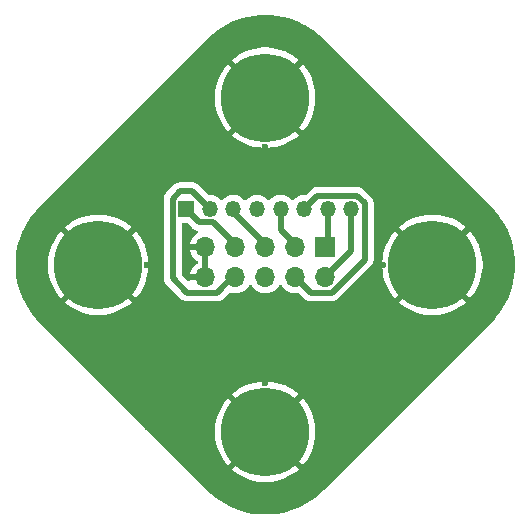
<source format=gbr>
%TF.GenerationSoftware,KiCad,Pcbnew,9.0.0*%
%TF.CreationDate,2025-06-23T16:23:01+09:00*%
%TF.ProjectId,pcb_connector_lan(outer),7063625f-636f-46e6-9e65-63746f725f6c,00*%
%TF.SameCoordinates,Original*%
%TF.FileFunction,Copper,L1,Top*%
%TF.FilePolarity,Positive*%
%FSLAX46Y46*%
G04 Gerber Fmt 4.6, Leading zero omitted, Abs format (unit mm)*
G04 Created by KiCad (PCBNEW 9.0.0) date 2025-06-23 16:23:01*
%MOMM*%
%LPD*%
G01*
G04 APERTURE LIST*
%TA.AperFunction,ComponentPad*%
%ADD10C,7.500000*%
%TD*%
%TA.AperFunction,ComponentPad*%
%ADD11R,1.350000X1.350000*%
%TD*%
%TA.AperFunction,ComponentPad*%
%ADD12O,1.350000X1.350000*%
%TD*%
%TA.AperFunction,ComponentPad*%
%ADD13R,1.700000X1.700000*%
%TD*%
%TA.AperFunction,ComponentPad*%
%ADD14O,1.700000X1.700000*%
%TD*%
%TA.AperFunction,ViaPad*%
%ADD15C,0.600000*%
%TD*%
%TA.AperFunction,Conductor*%
%ADD16C,0.500000*%
%TD*%
G04 APERTURE END LIST*
D10*
%TO.P,H3,1,1*%
%TO.N,GND*%
X57715720Y-80284280D03*
%TD*%
%TO.P,H1,1,1*%
%TO.N,GND*%
X57715720Y-52000000D03*
%TD*%
%TO.P,H2,1,1*%
%TO.N,GND*%
X43573580Y-66142140D03*
%TD*%
%TO.P,H4,1,1*%
%TO.N,GND*%
X71857860Y-66142140D03*
%TD*%
D11*
%TO.P,J1,1,Pin_1*%
%TO.N,Net-(J1-Pin_1)*%
X51005720Y-61412799D03*
D12*
%TO.P,J1,2,Pin_2*%
%TO.N,Net-(J1-Pin_2)*%
X53005720Y-61412799D03*
%TO.P,J1,3,Pin_3*%
%TO.N,Net-(J1-Pin_3)*%
X55005720Y-61412799D03*
%TO.P,J1,4,Pin_4*%
%TO.N,Net-(J1-Pin_4)*%
X57005720Y-61412799D03*
%TO.P,J1,5,Pin_5*%
%TO.N,Net-(J1-Pin_5)*%
X59005720Y-61412799D03*
%TO.P,J1,6,Pin_6*%
%TO.N,Net-(J1-Pin_6)*%
X61005720Y-61412799D03*
%TO.P,J1,7,Pin_7*%
%TO.N,Net-(J1-Pin_7)*%
X63005720Y-61412799D03*
%TO.P,J1,8,Pin_8*%
%TO.N,Net-(J1-Pin_8)*%
X65005720Y-61412799D03*
%TD*%
D13*
%TO.P,J2,1,Pin_1*%
%TO.N,Net-(J1-Pin_7)*%
X62795720Y-64662799D03*
D14*
%TO.P,J2,2,Pin_2*%
%TO.N,Net-(J1-Pin_8)*%
X62795720Y-67202799D03*
%TO.P,J2,3,Pin_3*%
%TO.N,Net-(J1-Pin_5)*%
X60255720Y-64662799D03*
%TO.P,J2,4,Pin_4*%
%TO.N,Net-(J1-Pin_6)*%
X60255720Y-67202799D03*
%TO.P,J2,5,Pin_5*%
%TO.N,Net-(J1-Pin_3)*%
X57715720Y-64662799D03*
%TO.P,J2,6,Pin_6*%
%TO.N,Net-(J1-Pin_4)*%
X57715720Y-67202799D03*
%TO.P,J2,7,Pin_7*%
%TO.N,Net-(J1-Pin_1)*%
X55175720Y-64662799D03*
%TO.P,J2,8,Pin_8*%
%TO.N,Net-(J1-Pin_2)*%
X55175720Y-67202799D03*
%TO.P,J2,9,Pin_9*%
%TO.N,GND*%
X52635720Y-64662799D03*
%TO.P,J2,10,Pin_10*%
X52635720Y-67202799D03*
%TD*%
D15*
%TO.N,GND*%
X47715720Y-66142140D03*
X67715720Y-66142140D03*
X57715720Y-56142140D03*
X47715720Y-76142140D03*
X47715720Y-56142140D03*
X67715720Y-56142140D03*
X57715720Y-76142140D03*
X67715720Y-76142140D03*
%TD*%
D16*
%TO.N,Net-(J1-Pin_1)*%
X53301720Y-62538799D02*
X52131720Y-62538799D01*
X52131720Y-62538799D02*
X51005720Y-61412799D01*
X55175720Y-64412799D02*
X53301720Y-62538799D01*
%TO.N,Net-(J1-Pin_2)*%
X51096720Y-68503799D02*
X53624720Y-68503799D01*
X50505720Y-59912799D02*
X49879720Y-60538799D01*
X49879720Y-60538799D02*
X49879720Y-67286799D01*
X53624720Y-68503799D02*
X55175720Y-66952799D01*
X53005720Y-61412799D02*
X51505720Y-59912799D01*
X51505720Y-59912799D02*
X50505720Y-59912799D01*
X49879720Y-67286799D02*
X51096720Y-68503799D01*
%TO.N,Net-(J1-Pin_6)*%
X66131720Y-65706691D02*
X63334612Y-68503799D01*
X61556720Y-68503799D02*
X60255720Y-67202799D01*
X63334612Y-68503799D02*
X61556720Y-68503799D01*
X66131720Y-60946394D02*
X66131720Y-65706691D01*
X62131720Y-60286799D02*
X65472125Y-60286799D01*
X61005720Y-61412799D02*
X62131720Y-60286799D01*
X65472125Y-60286799D02*
X66131720Y-60946394D01*
%TO.N,Net-(J1-Pin_3)*%
X55005720Y-61412799D02*
X55005720Y-61702799D01*
X55005720Y-61702799D02*
X57715720Y-64412799D01*
%TO.N,Net-(J1-Pin_7)*%
X63005720Y-61412799D02*
X63005720Y-64202799D01*
X63005720Y-64202799D02*
X62795720Y-64412799D01*
%TO.N,Net-(J1-Pin_8)*%
X65005720Y-64992799D02*
X63045720Y-66952799D01*
X63045720Y-66952799D02*
X62795720Y-66952799D01*
X65005720Y-61412799D02*
X65005720Y-64992799D01*
%TO.N,Net-(J1-Pin_5)*%
X59005720Y-63162799D02*
X60255720Y-64412799D01*
X59005720Y-61412799D02*
X59005720Y-63162799D01*
%TD*%
%TA.AperFunction,Conductor*%
%TO.N,GND*%
G36*
X51135528Y-62607983D02*
G01*
X51156170Y-62624617D01*
X51548768Y-63017214D01*
X51548769Y-63017215D01*
X51632172Y-63100618D01*
X51653305Y-63121751D01*
X51776218Y-63203879D01*
X51776231Y-63203886D01*
X51912802Y-63260455D01*
X51912807Y-63260457D01*
X51922804Y-63262445D01*
X51984715Y-63294827D01*
X52019291Y-63355542D01*
X52015554Y-63425312D01*
X51974690Y-63481985D01*
X51954913Y-63494547D01*
X51928162Y-63508177D01*
X51756260Y-63633071D01*
X51756255Y-63633075D01*
X51605996Y-63783334D01*
X51605992Y-63783339D01*
X51481099Y-63955241D01*
X51384624Y-64144581D01*
X51318962Y-64346669D01*
X51318962Y-64346672D01*
X51308489Y-64412799D01*
X52202708Y-64412799D01*
X52169795Y-64469806D01*
X52135720Y-64596973D01*
X52135720Y-64728625D01*
X52169795Y-64855792D01*
X52202708Y-64912799D01*
X51308489Y-64912799D01*
X51318962Y-64978925D01*
X51318962Y-64978928D01*
X51384624Y-65181016D01*
X51481099Y-65370356D01*
X51605992Y-65542258D01*
X51605996Y-65542263D01*
X51756255Y-65692522D01*
X51756260Y-65692526D01*
X51928164Y-65817421D01*
X51937768Y-65822315D01*
X51988564Y-65870290D01*
X52005358Y-65938111D01*
X51982820Y-66004246D01*
X51937768Y-66043283D01*
X51928164Y-66048176D01*
X51756260Y-66173071D01*
X51756255Y-66173075D01*
X51605996Y-66323334D01*
X51605992Y-66323339D01*
X51481099Y-66495241D01*
X51384624Y-66684581D01*
X51318962Y-66886669D01*
X51318962Y-66886672D01*
X51308489Y-66952799D01*
X52202708Y-66952799D01*
X52169795Y-67009806D01*
X52135720Y-67136973D01*
X52135720Y-67268625D01*
X52169795Y-67395792D01*
X52202708Y-67452799D01*
X51308488Y-67452799D01*
X51302830Y-67459423D01*
X51244323Y-67497615D01*
X51174455Y-67498113D01*
X51120860Y-67466571D01*
X50666539Y-67012250D01*
X50633054Y-66950927D01*
X50630220Y-66924569D01*
X50630220Y-62712298D01*
X50649905Y-62645259D01*
X50702709Y-62599504D01*
X50754220Y-62588298D01*
X51068489Y-62588298D01*
X51135528Y-62607983D01*
G37*
%TD.AperFunction*%
%TA.AperFunction,Conductor*%
G36*
X52885720Y-66769787D02*
G01*
X52828713Y-66736874D01*
X52701546Y-66702799D01*
X52569894Y-66702799D01*
X52442727Y-66736874D01*
X52385720Y-66769787D01*
X52385720Y-65095811D01*
X52442727Y-65128724D01*
X52569894Y-65162799D01*
X52701546Y-65162799D01*
X52828713Y-65128724D01*
X52885720Y-65095811D01*
X52885720Y-66769787D01*
G37*
%TD.AperFunction*%
%TA.AperFunction,Conductor*%
G36*
X58210643Y-45018204D02*
G01*
X58219454Y-45018835D01*
X58707453Y-45071301D01*
X58716214Y-45072560D01*
X59199221Y-45159703D01*
X59207857Y-45161582D01*
X59683423Y-45282964D01*
X59691903Y-45285454D01*
X60157583Y-45440447D01*
X60165877Y-45443540D01*
X60619319Y-45631362D01*
X60627371Y-45635039D01*
X60846816Y-45744885D01*
X61066267Y-45854735D01*
X61074026Y-45858972D01*
X61496135Y-46109420D01*
X61503558Y-46114191D01*
X61554502Y-46149562D01*
X61906716Y-46394109D01*
X61913802Y-46399413D01*
X62111262Y-46558536D01*
X62295970Y-46707384D01*
X62302654Y-46713175D01*
X62663497Y-47049132D01*
X62666682Y-47052206D01*
X76805678Y-61191204D01*
X76808752Y-61194389D01*
X77144683Y-61555205D01*
X77150480Y-61561895D01*
X77458445Y-61944057D01*
X77463749Y-61951143D01*
X77621667Y-62178587D01*
X77741062Y-62350548D01*
X77743660Y-62354289D01*
X77748443Y-62361731D01*
X77983258Y-62757493D01*
X77998884Y-62783828D01*
X78003126Y-62791597D01*
X78222819Y-63230489D01*
X78226496Y-63238540D01*
X78414318Y-63691983D01*
X78417411Y-63700277D01*
X78572402Y-64165951D01*
X78574896Y-64174444D01*
X78696274Y-64649995D01*
X78698156Y-64658645D01*
X78785298Y-65141646D01*
X78786557Y-65150407D01*
X78839023Y-65638405D01*
X78839655Y-65647234D01*
X78857172Y-66137714D01*
X78857172Y-66146566D01*
X78839655Y-66637045D01*
X78839023Y-66645874D01*
X78786557Y-67133872D01*
X78785298Y-67142633D01*
X78698156Y-67625634D01*
X78696274Y-67634284D01*
X78574896Y-68109835D01*
X78572402Y-68118328D01*
X78417411Y-68584002D01*
X78414318Y-68592296D01*
X78226496Y-69045739D01*
X78222819Y-69053790D01*
X78003126Y-69492682D01*
X77998884Y-69500451D01*
X77748446Y-69922543D01*
X77743660Y-69929990D01*
X77463749Y-70333136D01*
X77458445Y-70340222D01*
X77150480Y-70722384D01*
X77144683Y-70729074D01*
X76808726Y-71089917D01*
X76805652Y-71093102D01*
X62666654Y-85232098D01*
X62663469Y-85235172D01*
X62302654Y-85571104D01*
X62295964Y-85576901D01*
X61913802Y-85884866D01*
X61906716Y-85890170D01*
X61503570Y-86170080D01*
X61496123Y-86174866D01*
X61074030Y-86425305D01*
X61066262Y-86429547D01*
X60627371Y-86649240D01*
X60619319Y-86652917D01*
X60165877Y-86840739D01*
X60157583Y-86843832D01*
X59691909Y-86998823D01*
X59683416Y-87001317D01*
X59207864Y-87122695D01*
X59199214Y-87124577D01*
X58716214Y-87211719D01*
X58707453Y-87212978D01*
X58219454Y-87265444D01*
X58210625Y-87266076D01*
X57720146Y-87283593D01*
X57711294Y-87283593D01*
X57220814Y-87266076D01*
X57211985Y-87265444D01*
X56723986Y-87212978D01*
X56715225Y-87211719D01*
X56232225Y-87124577D01*
X56223575Y-87122695D01*
X55748023Y-87001317D01*
X55739530Y-86998823D01*
X55273856Y-86843832D01*
X55265562Y-86840739D01*
X54812120Y-86652917D01*
X54804068Y-86649240D01*
X54365177Y-86429547D01*
X54357409Y-86425305D01*
X53935316Y-86174866D01*
X53927869Y-86170080D01*
X53524723Y-85890170D01*
X53517637Y-85884866D01*
X53135475Y-85576901D01*
X53128785Y-85571104D01*
X52767941Y-85235146D01*
X52764756Y-85232072D01*
X47631401Y-80098717D01*
X53465720Y-80098717D01*
X53465720Y-80469842D01*
X53498065Y-80839547D01*
X53498065Y-80839551D01*
X53562507Y-81205015D01*
X53562511Y-81205032D01*
X53658557Y-81563486D01*
X53785495Y-81912243D01*
X53942327Y-82248572D01*
X53942335Y-82248587D01*
X54127886Y-82569970D01*
X54127895Y-82569985D01*
X54340760Y-82873987D01*
X54537725Y-83108719D01*
X54537726Y-83108720D01*
X56421468Y-81224978D01*
X56495308Y-81326610D01*
X56673390Y-81504692D01*
X56775020Y-81578531D01*
X54891278Y-83462272D01*
X54891279Y-83462273D01*
X55126012Y-83659239D01*
X55430014Y-83872104D01*
X55430029Y-83872113D01*
X55751412Y-84057664D01*
X55751427Y-84057672D01*
X56087756Y-84214504D01*
X56436513Y-84341442D01*
X56794967Y-84437488D01*
X56794984Y-84437492D01*
X57160450Y-84501934D01*
X57530157Y-84534279D01*
X57530160Y-84534280D01*
X57901280Y-84534280D01*
X57901282Y-84534279D01*
X58270987Y-84501934D01*
X58270991Y-84501934D01*
X58636455Y-84437492D01*
X58636472Y-84437488D01*
X58994926Y-84341442D01*
X59343683Y-84214504D01*
X59680012Y-84057672D01*
X59680027Y-84057664D01*
X60001410Y-83872113D01*
X60001425Y-83872104D01*
X60305420Y-83659244D01*
X60540159Y-83462273D01*
X60540160Y-83462272D01*
X58656418Y-81578531D01*
X58758050Y-81504692D01*
X58936132Y-81326610D01*
X59009971Y-81224979D01*
X60893712Y-83108720D01*
X60893713Y-83108719D01*
X61090684Y-82873980D01*
X61303544Y-82569985D01*
X61303553Y-82569970D01*
X61489104Y-82248587D01*
X61489112Y-82248572D01*
X61645944Y-81912243D01*
X61772882Y-81563486D01*
X61868928Y-81205032D01*
X61868932Y-81205015D01*
X61933374Y-80839551D01*
X61933374Y-80839547D01*
X61965719Y-80469842D01*
X61965720Y-80469840D01*
X61965720Y-80098720D01*
X61965719Y-80098717D01*
X61933374Y-79729012D01*
X61933374Y-79729008D01*
X61868932Y-79363544D01*
X61868928Y-79363527D01*
X61772882Y-79005073D01*
X61645944Y-78656316D01*
X61489112Y-78319987D01*
X61489104Y-78319972D01*
X61303553Y-77998589D01*
X61303544Y-77998574D01*
X61090679Y-77694572D01*
X60893713Y-77459839D01*
X60893712Y-77459838D01*
X59009970Y-79343580D01*
X58936132Y-79241950D01*
X58758050Y-79063868D01*
X58656417Y-78990027D01*
X60540160Y-77106286D01*
X60540159Y-77106285D01*
X60305427Y-76909320D01*
X60001425Y-76696455D01*
X60001410Y-76696446D01*
X59680027Y-76510895D01*
X59680012Y-76510887D01*
X59343683Y-76354055D01*
X58994926Y-76227117D01*
X58636472Y-76131071D01*
X58636455Y-76131067D01*
X58270989Y-76066625D01*
X57901282Y-76034280D01*
X57530157Y-76034280D01*
X57160452Y-76066625D01*
X57160448Y-76066625D01*
X56794984Y-76131067D01*
X56794967Y-76131071D01*
X56436513Y-76227117D01*
X56087756Y-76354055D01*
X55751427Y-76510887D01*
X55751412Y-76510895D01*
X55430029Y-76696446D01*
X55430014Y-76696455D01*
X55126012Y-76909320D01*
X54891279Y-77106285D01*
X54891278Y-77106286D01*
X56775021Y-78990028D01*
X56673390Y-79063868D01*
X56495308Y-79241950D01*
X56421468Y-79343581D01*
X54537726Y-77459838D01*
X54537725Y-77459839D01*
X54340760Y-77694572D01*
X54127895Y-77998574D01*
X54127886Y-77998589D01*
X53942335Y-78319972D01*
X53942327Y-78319987D01*
X53785495Y-78656316D01*
X53658557Y-79005073D01*
X53562511Y-79363527D01*
X53562507Y-79363544D01*
X53498065Y-79729008D01*
X53498065Y-79729012D01*
X53465720Y-80098717D01*
X47631401Y-80098717D01*
X38625787Y-71093103D01*
X38622713Y-71089918D01*
X38286756Y-70729074D01*
X38280959Y-70722384D01*
X37972994Y-70340222D01*
X37967690Y-70333136D01*
X37786632Y-70072364D01*
X37687771Y-69929978D01*
X37683001Y-69922555D01*
X37432546Y-69500434D01*
X37428322Y-69492699D01*
X37249762Y-69135982D01*
X37208620Y-69053790D01*
X37204943Y-69045739D01*
X37017121Y-68592296D01*
X37014028Y-68584002D01*
X36984001Y-68493785D01*
X36859035Y-68118322D01*
X36856543Y-68109835D01*
X36855678Y-68106447D01*
X36735163Y-67634277D01*
X36733283Y-67625634D01*
X36702100Y-67452799D01*
X36646141Y-67142633D01*
X36644882Y-67133872D01*
X36592416Y-66645874D01*
X36591785Y-66637063D01*
X36574267Y-66146563D01*
X36574267Y-66137714D01*
X36580736Y-65956577D01*
X39323580Y-65956577D01*
X39323580Y-66327702D01*
X39355925Y-66697407D01*
X39355925Y-66697411D01*
X39420367Y-67062875D01*
X39420371Y-67062892D01*
X39516417Y-67421346D01*
X39643355Y-67770103D01*
X39800187Y-68106432D01*
X39800195Y-68106447D01*
X39985746Y-68427830D01*
X39985755Y-68427845D01*
X40198620Y-68731847D01*
X40395585Y-68966579D01*
X40395586Y-68966580D01*
X42279328Y-67082838D01*
X42353168Y-67184470D01*
X42531250Y-67362552D01*
X42632880Y-67436391D01*
X40749138Y-69320132D01*
X40749139Y-69320133D01*
X40983872Y-69517099D01*
X41287874Y-69729964D01*
X41287889Y-69729973D01*
X41609272Y-69915524D01*
X41609287Y-69915532D01*
X41945616Y-70072364D01*
X42294373Y-70199302D01*
X42652827Y-70295348D01*
X42652844Y-70295352D01*
X43018310Y-70359794D01*
X43388017Y-70392139D01*
X43388020Y-70392140D01*
X43759140Y-70392140D01*
X43759142Y-70392139D01*
X44128847Y-70359794D01*
X44128851Y-70359794D01*
X44494315Y-70295352D01*
X44494332Y-70295348D01*
X44852786Y-70199302D01*
X45201543Y-70072364D01*
X45537872Y-69915532D01*
X45537887Y-69915524D01*
X45859270Y-69729973D01*
X45859285Y-69729964D01*
X46163280Y-69517104D01*
X46398019Y-69320133D01*
X46398020Y-69320132D01*
X44514278Y-67436391D01*
X44615910Y-67362552D01*
X44793992Y-67184470D01*
X44867831Y-67082838D01*
X46751572Y-68966580D01*
X46751573Y-68966579D01*
X46948544Y-68731840D01*
X47161404Y-68427845D01*
X47161413Y-68427830D01*
X47346964Y-68106447D01*
X47346972Y-68106432D01*
X47503804Y-67770103D01*
X47630742Y-67421346D01*
X47646987Y-67360719D01*
X49129219Y-67360719D01*
X49158060Y-67505706D01*
X49158063Y-67505716D01*
X49214633Y-67642289D01*
X49236128Y-67674459D01*
X49296763Y-67765209D01*
X49296767Y-67765214D01*
X50618306Y-69086753D01*
X50647778Y-69106444D01*
X50691990Y-69135985D01*
X50741225Y-69168883D01*
X50741226Y-69168883D01*
X50741227Y-69168884D01*
X50741229Y-69168885D01*
X50877802Y-69225455D01*
X50877807Y-69225457D01*
X50877811Y-69225457D01*
X50877812Y-69225458D01*
X51022799Y-69254299D01*
X51022802Y-69254299D01*
X53698640Y-69254299D01*
X53796182Y-69234895D01*
X53843633Y-69225457D01*
X53980215Y-69168883D01*
X54029449Y-69135985D01*
X54029451Y-69135984D01*
X54053791Y-69119720D01*
X54103136Y-69086751D01*
X54662617Y-68527268D01*
X54723938Y-68493785D01*
X54788613Y-68497019D01*
X54859477Y-68520045D01*
X55069433Y-68553299D01*
X55069434Y-68553299D01*
X55282006Y-68553299D01*
X55282007Y-68553299D01*
X55491963Y-68520045D01*
X55694132Y-68454356D01*
X55883536Y-68357850D01*
X55960537Y-68301906D01*
X56055506Y-68232908D01*
X56055508Y-68232905D01*
X56055512Y-68232903D01*
X56205824Y-68082591D01*
X56205826Y-68082587D01*
X56205829Y-68082585D01*
X56330768Y-67910619D01*
X56330767Y-67910619D01*
X56330771Y-67910615D01*
X56335234Y-67901853D01*
X56383208Y-67851058D01*
X56451028Y-67834262D01*
X56517164Y-67856798D01*
X56556206Y-67901855D01*
X56560671Y-67910619D01*
X56685610Y-68082585D01*
X56835933Y-68232908D01*
X57007899Y-68357847D01*
X57007901Y-68357848D01*
X57007904Y-68357850D01*
X57197308Y-68454356D01*
X57399477Y-68520045D01*
X57609433Y-68553299D01*
X57609434Y-68553299D01*
X57822006Y-68553299D01*
X57822007Y-68553299D01*
X58031963Y-68520045D01*
X58234132Y-68454356D01*
X58423536Y-68357850D01*
X58500537Y-68301906D01*
X58595506Y-68232908D01*
X58595508Y-68232905D01*
X58595512Y-68232903D01*
X58745824Y-68082591D01*
X58745826Y-68082587D01*
X58745829Y-68082585D01*
X58870768Y-67910619D01*
X58870767Y-67910619D01*
X58870771Y-67910615D01*
X58875234Y-67901853D01*
X58923208Y-67851058D01*
X58991028Y-67834262D01*
X59057164Y-67856798D01*
X59096206Y-67901855D01*
X59100671Y-67910619D01*
X59225610Y-68082585D01*
X59375933Y-68232908D01*
X59547899Y-68357847D01*
X59547901Y-68357848D01*
X59547904Y-68357850D01*
X59737308Y-68454356D01*
X59939477Y-68520045D01*
X60149433Y-68553299D01*
X60149434Y-68553299D01*
X60362006Y-68553299D01*
X60362007Y-68553299D01*
X60457448Y-68538182D01*
X60526741Y-68547136D01*
X60564527Y-68572974D01*
X61078306Y-69086753D01*
X61107778Y-69106444D01*
X61151990Y-69135985D01*
X61201225Y-69168883D01*
X61201226Y-69168883D01*
X61201227Y-69168884D01*
X61201229Y-69168885D01*
X61337802Y-69225455D01*
X61337807Y-69225457D01*
X61337811Y-69225457D01*
X61337812Y-69225458D01*
X61482799Y-69254299D01*
X61482802Y-69254299D01*
X63408532Y-69254299D01*
X63506074Y-69234895D01*
X63553525Y-69225457D01*
X63690107Y-69168883D01*
X63690666Y-69168509D01*
X63691528Y-69167934D01*
X63691529Y-69167932D01*
X63739341Y-69135985D01*
X63813028Y-69086751D01*
X66714672Y-66185107D01*
X66763906Y-66111420D01*
X66796804Y-66062186D01*
X66840549Y-65956577D01*
X67607860Y-65956577D01*
X67607860Y-66327702D01*
X67640205Y-66697407D01*
X67640205Y-66697411D01*
X67704647Y-67062875D01*
X67704651Y-67062892D01*
X67800697Y-67421346D01*
X67927635Y-67770103D01*
X68084467Y-68106432D01*
X68084475Y-68106447D01*
X68270026Y-68427830D01*
X68270035Y-68427845D01*
X68482900Y-68731847D01*
X68679865Y-68966579D01*
X68679866Y-68966580D01*
X70563608Y-67082838D01*
X70637448Y-67184470D01*
X70815530Y-67362552D01*
X70917160Y-67436391D01*
X69033418Y-69320132D01*
X69033419Y-69320133D01*
X69268152Y-69517099D01*
X69572154Y-69729964D01*
X69572169Y-69729973D01*
X69893552Y-69915524D01*
X69893567Y-69915532D01*
X70229896Y-70072364D01*
X70578653Y-70199302D01*
X70937107Y-70295348D01*
X70937124Y-70295352D01*
X71302590Y-70359794D01*
X71672297Y-70392139D01*
X71672300Y-70392140D01*
X72043420Y-70392140D01*
X72043422Y-70392139D01*
X72413127Y-70359794D01*
X72413131Y-70359794D01*
X72778595Y-70295352D01*
X72778612Y-70295348D01*
X73137066Y-70199302D01*
X73485823Y-70072364D01*
X73822152Y-69915532D01*
X73822167Y-69915524D01*
X74143550Y-69729973D01*
X74143565Y-69729964D01*
X74447560Y-69517104D01*
X74682299Y-69320133D01*
X74682300Y-69320132D01*
X72798558Y-67436391D01*
X72900190Y-67362552D01*
X73078272Y-67184470D01*
X73152111Y-67082839D01*
X75035852Y-68966580D01*
X75035853Y-68966579D01*
X75232824Y-68731840D01*
X75445684Y-68427845D01*
X75445693Y-68427830D01*
X75631244Y-68106447D01*
X75631252Y-68106432D01*
X75788084Y-67770103D01*
X75915022Y-67421346D01*
X76011068Y-67062892D01*
X76011072Y-67062875D01*
X76075514Y-66697411D01*
X76075514Y-66697407D01*
X76107859Y-66327702D01*
X76107860Y-66327700D01*
X76107860Y-65956580D01*
X76107859Y-65956577D01*
X76075514Y-65586872D01*
X76075514Y-65586868D01*
X76011072Y-65221404D01*
X76011068Y-65221387D01*
X75915022Y-64862933D01*
X75788084Y-64514176D01*
X75631252Y-64177847D01*
X75631244Y-64177832D01*
X75445693Y-63856449D01*
X75445684Y-63856434D01*
X75232819Y-63552432D01*
X75035853Y-63317699D01*
X75035852Y-63317698D01*
X73152110Y-65201440D01*
X73078272Y-65099810D01*
X72900190Y-64921728D01*
X72798557Y-64847887D01*
X74682300Y-62964146D01*
X74682299Y-62964145D01*
X74447567Y-62767180D01*
X74143565Y-62554315D01*
X74143550Y-62554306D01*
X73822167Y-62368755D01*
X73822152Y-62368747D01*
X73485823Y-62211915D01*
X73137066Y-62084977D01*
X72778612Y-61988931D01*
X72778595Y-61988927D01*
X72413129Y-61924485D01*
X72043422Y-61892140D01*
X71672297Y-61892140D01*
X71302592Y-61924485D01*
X71302588Y-61924485D01*
X70937124Y-61988927D01*
X70937107Y-61988931D01*
X70578653Y-62084977D01*
X70229896Y-62211915D01*
X69893567Y-62368747D01*
X69893552Y-62368755D01*
X69572169Y-62554306D01*
X69572154Y-62554315D01*
X69268152Y-62767180D01*
X69033419Y-62964145D01*
X69033418Y-62964146D01*
X70917161Y-64847888D01*
X70815530Y-64921728D01*
X70637448Y-65099810D01*
X70563608Y-65201441D01*
X68679866Y-63317698D01*
X68679865Y-63317699D01*
X68482900Y-63552432D01*
X68270035Y-63856434D01*
X68270026Y-63856449D01*
X68084475Y-64177832D01*
X68084467Y-64177847D01*
X67927635Y-64514176D01*
X67800697Y-64862933D01*
X67704651Y-65221387D01*
X67704647Y-65221404D01*
X67640205Y-65586868D01*
X67640205Y-65586872D01*
X67607860Y-65956577D01*
X66840549Y-65956577D01*
X66853378Y-65925604D01*
X66873924Y-65822315D01*
X66882220Y-65780611D01*
X66882220Y-60872473D01*
X66853379Y-60727486D01*
X66853378Y-60727485D01*
X66853378Y-60727481D01*
X66853376Y-60727476D01*
X66796807Y-60590905D01*
X66796800Y-60590892D01*
X66714672Y-60467979D01*
X66685033Y-60438340D01*
X66610136Y-60363443D01*
X66447673Y-60200980D01*
X65950546Y-59703851D01*
X65950539Y-59703845D01*
X65876854Y-59654611D01*
X65876854Y-59654612D01*
X65827616Y-59621712D01*
X65691042Y-59565142D01*
X65691032Y-59565139D01*
X65546045Y-59536299D01*
X65546043Y-59536299D01*
X62057802Y-59536299D01*
X62057800Y-59536299D01*
X61912812Y-59565139D01*
X61912802Y-59565142D01*
X61776231Y-59621711D01*
X61776218Y-59621718D01*
X61653304Y-59703847D01*
X61653300Y-59703850D01*
X61156170Y-60200980D01*
X61094847Y-60234465D01*
X61068489Y-60237299D01*
X60913206Y-60237299D01*
X60852289Y-60246947D01*
X60730454Y-60266244D01*
X60554487Y-60323418D01*
X60554484Y-60323419D01*
X60389623Y-60407421D01*
X60310541Y-60464878D01*
X60239933Y-60516178D01*
X60239931Y-60516180D01*
X60239930Y-60516180D01*
X60109101Y-60647009D01*
X60106034Y-60651231D01*
X60050701Y-60693893D01*
X59981087Y-60699868D01*
X59919294Y-60667258D01*
X59905406Y-60651231D01*
X59902341Y-60647012D01*
X59771507Y-60516178D01*
X59621816Y-60407421D01*
X59456955Y-60323419D01*
X59456952Y-60323418D01*
X59280985Y-60266244D01*
X59189609Y-60251771D01*
X59098234Y-60237299D01*
X58913206Y-60237299D01*
X58852289Y-60246947D01*
X58730454Y-60266244D01*
X58554487Y-60323418D01*
X58554484Y-60323419D01*
X58389623Y-60407421D01*
X58310541Y-60464878D01*
X58239933Y-60516178D01*
X58239931Y-60516180D01*
X58239930Y-60516180D01*
X58109101Y-60647009D01*
X58106034Y-60651231D01*
X58050701Y-60693893D01*
X57981087Y-60699868D01*
X57919294Y-60667258D01*
X57905406Y-60651231D01*
X57902341Y-60647012D01*
X57771507Y-60516178D01*
X57621816Y-60407421D01*
X57456955Y-60323419D01*
X57456952Y-60323418D01*
X57280985Y-60266244D01*
X57189609Y-60251771D01*
X57098234Y-60237299D01*
X56913206Y-60237299D01*
X56852289Y-60246947D01*
X56730454Y-60266244D01*
X56554487Y-60323418D01*
X56554484Y-60323419D01*
X56389623Y-60407421D01*
X56310541Y-60464878D01*
X56239933Y-60516178D01*
X56239931Y-60516180D01*
X56239930Y-60516180D01*
X56109101Y-60647009D01*
X56106034Y-60651231D01*
X56050701Y-60693893D01*
X55981087Y-60699868D01*
X55919294Y-60667258D01*
X55905406Y-60651231D01*
X55902341Y-60647012D01*
X55771507Y-60516178D01*
X55621816Y-60407421D01*
X55456955Y-60323419D01*
X55456952Y-60323418D01*
X55280985Y-60266244D01*
X55189609Y-60251771D01*
X55098234Y-60237299D01*
X54913206Y-60237299D01*
X54852289Y-60246947D01*
X54730454Y-60266244D01*
X54554487Y-60323418D01*
X54554484Y-60323419D01*
X54389623Y-60407421D01*
X54310541Y-60464878D01*
X54239933Y-60516178D01*
X54239931Y-60516180D01*
X54239930Y-60516180D01*
X54109101Y-60647009D01*
X54106034Y-60651231D01*
X54050701Y-60693893D01*
X53981087Y-60699868D01*
X53919294Y-60667258D01*
X53905406Y-60651231D01*
X53902341Y-60647012D01*
X53771507Y-60516178D01*
X53621816Y-60407421D01*
X53456955Y-60323419D01*
X53456952Y-60323418D01*
X53280985Y-60266244D01*
X53189609Y-60251771D01*
X53098234Y-60237299D01*
X52942950Y-60237299D01*
X52875911Y-60217614D01*
X52855269Y-60200980D01*
X51984141Y-59329851D01*
X51984134Y-59329845D01*
X51910449Y-59280611D01*
X51910449Y-59280612D01*
X51861211Y-59247712D01*
X51724637Y-59191142D01*
X51724627Y-59191139D01*
X51579640Y-59162299D01*
X51579638Y-59162299D01*
X50431802Y-59162299D01*
X50431796Y-59162299D01*
X50402962Y-59168033D01*
X50402963Y-59168034D01*
X50286813Y-59191138D01*
X50286803Y-59191141D01*
X50206801Y-59224278D01*
X50206802Y-59224279D01*
X50150222Y-59247716D01*
X50100989Y-59280612D01*
X50027308Y-59329843D01*
X50027300Y-59329849D01*
X49296769Y-60060380D01*
X49249108Y-60131710D01*
X49249109Y-60131711D01*
X49214634Y-60183307D01*
X49158063Y-60319881D01*
X49158060Y-60319891D01*
X49129220Y-60464878D01*
X49129220Y-60464881D01*
X49129220Y-67360717D01*
X49129220Y-67360719D01*
X49129219Y-67360719D01*
X47646987Y-67360719D01*
X47726788Y-67062892D01*
X47726792Y-67062875D01*
X47791234Y-66697411D01*
X47791234Y-66697407D01*
X47823579Y-66327702D01*
X47823580Y-66327700D01*
X47823580Y-65956580D01*
X47823579Y-65956577D01*
X47791234Y-65586872D01*
X47791234Y-65586868D01*
X47726792Y-65221404D01*
X47726788Y-65221387D01*
X47630742Y-64862933D01*
X47503804Y-64514176D01*
X47346972Y-64177847D01*
X47346964Y-64177832D01*
X47161413Y-63856449D01*
X47161404Y-63856434D01*
X46948539Y-63552432D01*
X46751573Y-63317699D01*
X46751572Y-63317698D01*
X44867830Y-65201440D01*
X44793992Y-65099810D01*
X44615910Y-64921728D01*
X44514277Y-64847887D01*
X46398020Y-62964146D01*
X46398019Y-62964145D01*
X46163287Y-62767180D01*
X45859285Y-62554315D01*
X45859270Y-62554306D01*
X45537887Y-62368755D01*
X45537872Y-62368747D01*
X45201543Y-62211915D01*
X44852786Y-62084977D01*
X44494332Y-61988931D01*
X44494315Y-61988927D01*
X44128849Y-61924485D01*
X43759142Y-61892140D01*
X43388017Y-61892140D01*
X43018312Y-61924485D01*
X43018308Y-61924485D01*
X42652844Y-61988927D01*
X42652827Y-61988931D01*
X42294373Y-62084977D01*
X41945616Y-62211915D01*
X41609287Y-62368747D01*
X41609272Y-62368755D01*
X41287889Y-62554306D01*
X41287874Y-62554315D01*
X40983872Y-62767180D01*
X40749139Y-62964145D01*
X40749138Y-62964146D01*
X42632881Y-64847888D01*
X42531250Y-64921728D01*
X42353168Y-65099810D01*
X42279328Y-65201441D01*
X40395586Y-63317698D01*
X40395585Y-63317699D01*
X40198620Y-63552432D01*
X39985755Y-63856434D01*
X39985746Y-63856449D01*
X39800195Y-64177832D01*
X39800187Y-64177847D01*
X39643355Y-64514176D01*
X39516417Y-64862933D01*
X39420371Y-65221387D01*
X39420367Y-65221404D01*
X39355925Y-65586868D01*
X39355925Y-65586872D01*
X39323580Y-65956577D01*
X36580736Y-65956577D01*
X36580991Y-65949449D01*
X36581775Y-65927491D01*
X36591785Y-65647214D01*
X36592416Y-65638405D01*
X36644882Y-65150407D01*
X36646141Y-65141646D01*
X36733285Y-64658632D01*
X36735165Y-64649995D01*
X36856547Y-64174429D01*
X36859032Y-64165965D01*
X37014032Y-63700265D01*
X37017121Y-63691983D01*
X37041522Y-63633075D01*
X37204945Y-63238534D01*
X37208620Y-63230489D01*
X37263050Y-63121751D01*
X37428328Y-62791568D01*
X37432539Y-62783856D01*
X37683008Y-62361711D01*
X37687762Y-62354314D01*
X37967694Y-61951137D01*
X37972994Y-61944057D01*
X37988766Y-61924485D01*
X38280976Y-61561874D01*
X38286738Y-61555225D01*
X38622713Y-61194360D01*
X38625732Y-61191232D01*
X48002527Y-51814437D01*
X53465720Y-51814437D01*
X53465720Y-52185562D01*
X53498065Y-52555267D01*
X53498065Y-52555271D01*
X53562507Y-52920735D01*
X53562511Y-52920752D01*
X53658557Y-53279206D01*
X53785495Y-53627963D01*
X53942327Y-53964292D01*
X53942335Y-53964307D01*
X54127886Y-54285690D01*
X54127895Y-54285705D01*
X54340760Y-54589707D01*
X54537725Y-54824439D01*
X54537726Y-54824440D01*
X56421468Y-52940698D01*
X56495308Y-53042330D01*
X56673390Y-53220412D01*
X56775020Y-53294251D01*
X54891278Y-55177992D01*
X54891279Y-55177993D01*
X55126012Y-55374959D01*
X55430014Y-55587824D01*
X55430029Y-55587833D01*
X55751412Y-55773384D01*
X55751427Y-55773392D01*
X56087756Y-55930224D01*
X56436513Y-56057162D01*
X56794967Y-56153208D01*
X56794984Y-56153212D01*
X57160450Y-56217654D01*
X57530157Y-56249999D01*
X57530160Y-56250000D01*
X57901280Y-56250000D01*
X57901282Y-56249999D01*
X58270987Y-56217654D01*
X58270991Y-56217654D01*
X58636455Y-56153212D01*
X58636472Y-56153208D01*
X58994926Y-56057162D01*
X59343683Y-55930224D01*
X59680012Y-55773392D01*
X59680027Y-55773384D01*
X60001410Y-55587833D01*
X60001425Y-55587824D01*
X60305420Y-55374964D01*
X60540159Y-55177993D01*
X60540160Y-55177992D01*
X58656418Y-53294251D01*
X58758050Y-53220412D01*
X58936132Y-53042330D01*
X59009971Y-52940699D01*
X60893712Y-54824440D01*
X60893713Y-54824439D01*
X61090684Y-54589700D01*
X61303544Y-54285705D01*
X61303553Y-54285690D01*
X61489104Y-53964307D01*
X61489112Y-53964292D01*
X61645944Y-53627963D01*
X61772882Y-53279206D01*
X61868928Y-52920752D01*
X61868932Y-52920735D01*
X61933374Y-52555271D01*
X61933374Y-52555267D01*
X61965719Y-52185562D01*
X61965720Y-52185560D01*
X61965720Y-51814440D01*
X61965719Y-51814437D01*
X61933374Y-51444732D01*
X61933374Y-51444728D01*
X61868932Y-51079264D01*
X61868928Y-51079247D01*
X61772882Y-50720793D01*
X61645944Y-50372036D01*
X61489112Y-50035707D01*
X61489104Y-50035692D01*
X61303553Y-49714309D01*
X61303544Y-49714294D01*
X61090679Y-49410292D01*
X60893713Y-49175559D01*
X60893712Y-49175558D01*
X59009970Y-51059300D01*
X58936132Y-50957670D01*
X58758050Y-50779588D01*
X58656417Y-50705747D01*
X60540160Y-48822006D01*
X60540159Y-48822005D01*
X60305427Y-48625040D01*
X60001425Y-48412175D01*
X60001410Y-48412166D01*
X59680027Y-48226615D01*
X59680012Y-48226607D01*
X59343683Y-48069775D01*
X58994926Y-47942837D01*
X58636472Y-47846791D01*
X58636455Y-47846787D01*
X58270989Y-47782345D01*
X57901282Y-47750000D01*
X57530157Y-47750000D01*
X57160452Y-47782345D01*
X57160448Y-47782345D01*
X56794984Y-47846787D01*
X56794967Y-47846791D01*
X56436513Y-47942837D01*
X56087756Y-48069775D01*
X55751427Y-48226607D01*
X55751412Y-48226615D01*
X55430029Y-48412166D01*
X55430014Y-48412175D01*
X55126012Y-48625040D01*
X54891279Y-48822005D01*
X54891278Y-48822006D01*
X56775021Y-50705748D01*
X56673390Y-50779588D01*
X56495308Y-50957670D01*
X56421468Y-51059301D01*
X54537726Y-49175558D01*
X54537725Y-49175559D01*
X54340760Y-49410292D01*
X54127895Y-49714294D01*
X54127886Y-49714309D01*
X53942335Y-50035692D01*
X53942327Y-50035707D01*
X53785495Y-50372036D01*
X53658557Y-50720793D01*
X53562511Y-51079247D01*
X53562507Y-51079264D01*
X53498065Y-51444728D01*
X53498065Y-51444732D01*
X53465720Y-51814437D01*
X48002527Y-51814437D01*
X52764812Y-47052152D01*
X52767942Y-47049132D01*
X53128805Y-46713157D01*
X53135454Y-46707395D01*
X53517643Y-46399408D01*
X53524723Y-46394109D01*
X53531484Y-46389415D01*
X53927894Y-46114182D01*
X53935291Y-46109428D01*
X54357425Y-45858965D01*
X54365160Y-45854741D01*
X54804073Y-45635036D01*
X54812115Y-45631364D01*
X55265573Y-45443535D01*
X55273844Y-45440451D01*
X55739544Y-45285451D01*
X55748008Y-45282966D01*
X56223588Y-45161581D01*
X56232212Y-45159704D01*
X56715229Y-45072559D01*
X56723986Y-45071301D01*
X57211985Y-45018835D01*
X57220794Y-45018204D01*
X57711296Y-45000686D01*
X57720144Y-45000686D01*
X58210643Y-45018204D01*
G37*
%TD.AperFunction*%
%TD*%
M02*

</source>
